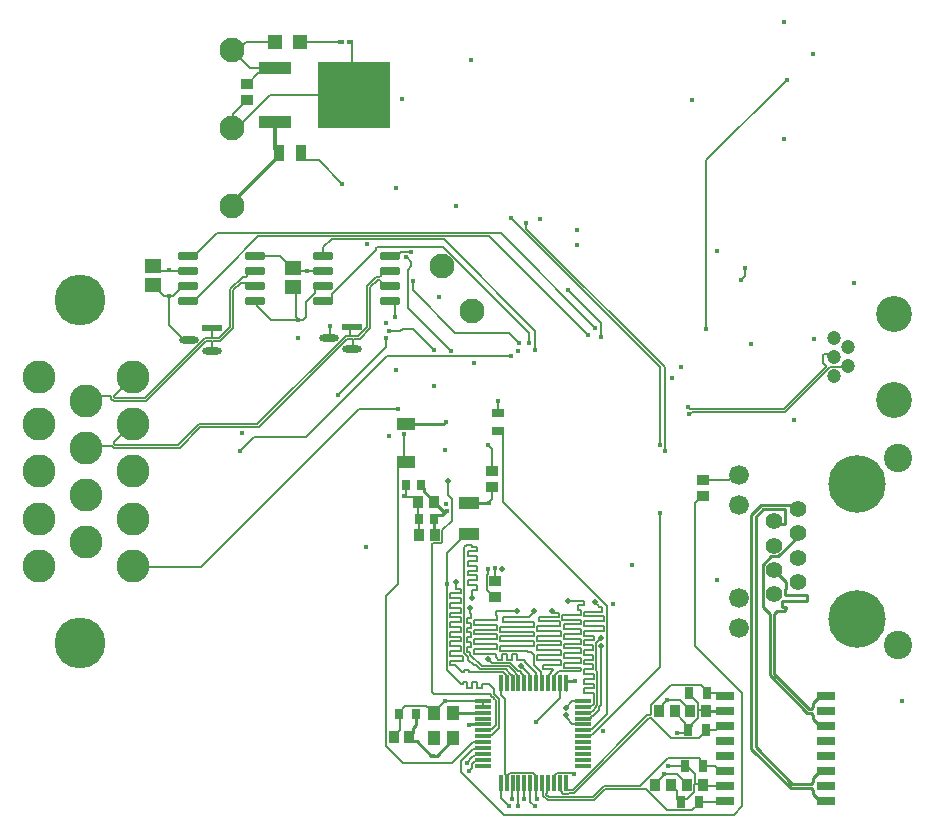
<source format=gbl>
G04*
G04 #@! TF.GenerationSoftware,Altium Limited,Altium Designer,23.5.1 (21)*
G04*
G04 Layer_Physical_Order=4*
G04 Layer_Color=16711680*
%FSLAX25Y25*%
%MOIN*%
G70*
G04*
G04 #@! TF.SameCoordinates,80D67788-F2EE-4A8B-BDA7-D5AA6EA99E9C*
G04*
G04*
G04 #@! TF.FilePolarity,Positive*
G04*
G01*
G75*
%ADD17C,0.01000*%
%ADD19R,0.03937X0.02953*%
%ADD20R,0.02985X0.03197*%
%ADD23R,0.03543X0.03937*%
%ADD25R,0.03937X0.03543*%
%ADD40R,0.02165X0.01772*%
%ADD41R,0.04724X0.04724*%
%ADD42R,0.04134X0.03543*%
%ADD90C,0.00600*%
%ADD91C,0.11024*%
%ADD92C,0.16929*%
%ADD93C,0.08268*%
%ADD94C,0.05512*%
%ADD95C,0.06614*%
%ADD96C,0.09449*%
%ADD97C,0.19193*%
%ADD98C,0.11957*%
%ADD99C,0.04724*%
%ADD100C,0.01772*%
%ADD101C,0.02000*%
%ADD119R,0.02953X0.03937*%
%ADD120R,0.06496X0.02992*%
%ADD121R,0.01181X0.05807*%
%ADD122R,0.05807X0.01181*%
%ADD123R,0.06528X0.04156*%
%ADD124R,0.05906X0.03937*%
G04:AMPARAMS|DCode=125|XSize=25.59mil|YSize=64.96mil|CornerRadius=1.92mil|HoleSize=0mil|Usage=FLASHONLY|Rotation=270.000|XOffset=0mil|YOffset=0mil|HoleType=Round|Shape=RoundedRectangle|*
%AMROUNDEDRECTD125*
21,1,0.02559,0.06112,0,0,270.0*
21,1,0.02175,0.06496,0,0,270.0*
1,1,0.00384,-0.03056,-0.01088*
1,1,0.00384,-0.03056,0.01088*
1,1,0.00384,0.03056,0.01088*
1,1,0.00384,0.03056,-0.01088*
%
%ADD125ROUNDEDRECTD125*%
G04:AMPARAMS|DCode=126|XSize=65.17mil|YSize=23.72mil|CornerRadius=11.86mil|HoleSize=0mil|Usage=FLASHONLY|Rotation=180.000|XOffset=0mil|YOffset=0mil|HoleType=Round|Shape=RoundedRectangle|*
%AMROUNDEDRECTD126*
21,1,0.06517,0.00000,0,0,180.0*
21,1,0.04145,0.02372,0,0,180.0*
1,1,0.02372,-0.02072,0.00000*
1,1,0.02372,0.02072,0.00000*
1,1,0.02372,0.02072,0.00000*
1,1,0.02372,-0.02072,0.00000*
%
%ADD126ROUNDEDRECTD126*%
%ADD127R,0.06517X0.02372*%
%ADD128R,0.05709X0.05118*%
G04:AMPARAMS|DCode=129|XSize=242.13mil|YSize=218.5mil|CornerRadius=2.19mil|HoleSize=0mil|Usage=FLASHONLY|Rotation=0.000|XOffset=0mil|YOffset=0mil|HoleType=Round|Shape=RoundedRectangle|*
%AMROUNDEDRECTD129*
21,1,0.24213,0.21413,0,0,0.0*
21,1,0.23776,0.21850,0,0,0.0*
1,1,0.00437,0.11888,-0.10707*
1,1,0.00437,-0.11888,-0.10707*
1,1,0.00437,-0.11888,0.10707*
1,1,0.00437,0.11888,0.10707*
%
%ADD129ROUNDEDRECTD129*%
G04:AMPARAMS|DCode=130|XSize=108.27mil|YSize=39.37mil|CornerRadius=1.97mil|HoleSize=0mil|Usage=FLASHONLY|Rotation=0.000|XOffset=0mil|YOffset=0mil|HoleType=Round|Shape=RoundedRectangle|*
%AMROUNDEDRECTD130*
21,1,0.10827,0.03543,0,0,0.0*
21,1,0.10433,0.03937,0,0,0.0*
1,1,0.00394,0.05217,-0.01772*
1,1,0.00394,-0.05217,-0.01772*
1,1,0.00394,-0.05217,0.01772*
1,1,0.00394,0.05217,0.01772*
%
%ADD130ROUNDEDRECTD130*%
%ADD131R,0.03740X0.05512*%
%ADD132R,0.03150X0.03543*%
%ADD133R,0.04331X0.05118*%
%ADD134C,0.01200*%
D17*
X350422Y255246D02*
Y332042D01*
X352780Y334400D02*
X360400D01*
X350422Y332042D02*
X352780Y334400D01*
X349022Y332622D02*
X352200Y335800D01*
X349022Y254666D02*
Y332622D01*
X352200Y335800D02*
X361911D01*
X235057Y258343D02*
Y258500D01*
Y258343D02*
X236329Y257071D01*
X237490D02*
X242213Y252348D01*
X236329Y257071D02*
X237490D01*
X242213Y252348D02*
X242852D01*
X243000Y252200D01*
X236329Y261445D02*
X237353Y262469D01*
X236329Y259772D02*
Y261445D01*
X235057Y258500D02*
X236329Y259772D01*
X237353Y262469D02*
Y266300D01*
X369604Y264696D02*
X372000Y262300D01*
X373752D01*
X369604Y269904D02*
X372000Y272300D01*
X373752D01*
X333958Y267300D02*
X340248D01*
X372000Y237300D02*
X373752D01*
X369604Y239696D02*
X372000Y237300D01*
Y247300D02*
X373752D01*
X369604Y244904D02*
X372000Y247300D01*
X356508Y330416D02*
X357324Y329600D01*
X360400D01*
Y334400D01*
X350422Y255246D02*
X362668Y243000D01*
X369018D01*
X369604Y243586D01*
Y244904D01*
X363279Y334432D02*
X364500D01*
X361911Y335800D02*
X363279Y334432D01*
X349022Y254666D02*
X362088Y241600D01*
X369018D01*
X369604Y241014D01*
Y239696D02*
Y241014D01*
X360500Y301092D02*
Y301395D01*
X359914Y300506D02*
X360500Y301092D01*
X357506Y300506D02*
X359914D01*
X356508Y299508D02*
X357506Y300506D01*
X356508Y279682D02*
Y299508D01*
Y279682D02*
X368190Y268000D01*
X369018D01*
X369604Y268586D01*
Y269904D01*
X364500Y325206D02*
Y326400D01*
X358022Y318728D02*
X364500Y325206D01*
X355713Y318728D02*
X358022D01*
X352852Y315867D02*
X355713Y318728D01*
X352852Y301948D02*
Y315867D01*
Y301948D02*
X355108Y299692D01*
Y279102D02*
Y299692D01*
Y279102D02*
X367610Y266600D01*
X369018D01*
X369604Y266014D01*
Y264696D02*
Y266014D01*
X243148Y252348D02*
X244223D01*
X249648Y257772D01*
X243000Y252200D02*
X243148Y252348D01*
X247091Y363700D02*
X247300D01*
X246290Y362899D02*
X247091Y363700D01*
X233900Y362899D02*
X246290D01*
X360500Y307895D02*
Y310361D01*
X360164Y307895D02*
X360500D01*
X360164Y305895D02*
Y307895D01*
Y305895D02*
X367438D01*
Y303895D02*
Y305895D01*
X359252Y303895D02*
X367438D01*
X359252Y301895D02*
Y303895D01*
Y301895D02*
X360500D01*
Y301395D02*
Y301895D01*
X356508Y314353D02*
X360500Y310361D01*
X255000Y336423D02*
X261423D01*
X287217Y277100D02*
X290400D01*
X287127Y277010D02*
X287217Y277100D01*
X287127Y274172D02*
Y277010D01*
X255047Y262753D02*
X259615D01*
X255000Y262800D02*
X255047Y262753D01*
X249904Y266690D02*
X259615D01*
X249648Y266434D02*
X249904Y266690D01*
X247291Y333800D02*
X247414D01*
X244261Y332399D02*
X245890D01*
X243268Y331300D02*
Y331406D01*
X244261Y332399D01*
X243215Y336803D02*
Y337000D01*
Y336803D02*
X246218Y333800D01*
X247291D01*
X241943Y338469D02*
X243215Y337197D01*
X239928Y340287D02*
X241746Y338469D01*
X241943D01*
X238968Y342600D02*
X239928Y341641D01*
Y340287D02*
Y341641D01*
X243268Y325989D02*
Y331300D01*
X243215Y337000D02*
X243900Y337685D01*
X243268Y325989D02*
X243458Y325800D01*
X243215Y337000D02*
Y337197D01*
X245890Y332399D02*
X247291Y333800D01*
X249648Y257772D02*
Y258166D01*
D19*
X264600Y360647D02*
D03*
Y366553D02*
D03*
D20*
X234032Y342600D02*
D03*
X238968D02*
D03*
X238332Y331300D02*
D03*
X243268D02*
D03*
D23*
X237900Y337000D02*
D03*
X243215D02*
D03*
X328643Y267300D02*
D03*
X333958D02*
D03*
X327542Y242600D02*
D03*
X332857D02*
D03*
X238142Y325800D02*
D03*
X243458D02*
D03*
X229743Y258500D02*
D03*
X235057D02*
D03*
X323458Y267100D02*
D03*
X318143D02*
D03*
X322358Y242700D02*
D03*
X317042D02*
D03*
D25*
X262600Y347158D02*
D03*
Y341843D02*
D03*
X180900Y476358D02*
D03*
Y471042D02*
D03*
X263500Y310457D02*
D03*
Y305142D02*
D03*
D40*
X215276Y490300D02*
D03*
X212324D02*
D03*
D41*
X190366Y490200D02*
D03*
X198634D02*
D03*
D42*
X332800Y344357D02*
D03*
Y339042D02*
D03*
D90*
X261500Y276300D02*
X263124Y274676D01*
X259500Y276300D02*
X261500D01*
X263124Y273016D02*
Y274676D01*
Y273016D02*
X264218Y271921D01*
X252300Y276300D02*
X252800D01*
Y276763D01*
X254400D01*
Y274800D02*
Y276763D01*
Y274800D02*
X256000D01*
Y276763D01*
X257600D01*
Y274800D02*
Y276763D01*
Y274800D02*
X259200D01*
Y276300D01*
X259500D01*
X252100D02*
X252300D01*
X247454Y280946D02*
X252100Y276300D01*
X247454Y280946D02*
Y309700D01*
X243300Y272800D02*
X261786D01*
X262668Y271917D01*
X242700Y273400D02*
X243300Y272800D01*
X247454Y309700D02*
Y319817D01*
X264900Y261600D02*
Y271100D01*
X262808Y259494D02*
X263218Y259904D01*
X262794Y259494D02*
X262808D01*
X263218Y259904D02*
Y259918D01*
X264900Y261600D01*
X259906Y259106D02*
X262406D01*
X259615Y258816D02*
X259906Y259106D01*
X262406D02*
X262794Y259494D01*
X264218Y271781D02*
X264900Y271100D01*
X264218Y271781D02*
Y271921D01*
X263218Y271367D02*
X263800Y270786D01*
X262475Y261075D02*
X263800Y262400D01*
Y270786D01*
X259906Y261075D02*
X262475D01*
X259615Y260784D02*
X259906Y261075D01*
X263218Y271367D02*
Y271507D01*
X262808Y271917D02*
X263218Y271507D01*
X262668Y271917D02*
X262808D01*
X327542Y242600D02*
Y242797D01*
X324213Y246127D02*
X327542Y242797D01*
X320050Y246127D02*
X324213D01*
X320050Y245905D02*
Y246127D01*
X317042Y242897D02*
X320050Y245905D01*
X317042Y242700D02*
Y242897D01*
X232000Y260954D02*
Y265647D01*
X229743Y258697D02*
X232000Y260954D01*
X229743Y258500D02*
Y258697D01*
X231447Y266200D02*
Y266300D01*
Y266200D02*
X232000Y265647D01*
X296186Y238511D02*
X299875Y242200D01*
X300289Y241200D02*
X313812D01*
X320881Y234132D01*
X296601Y237511D02*
X300289Y241200D01*
X311812Y242200D02*
X312561Y242949D01*
X299875Y242200D02*
X311812D01*
X312561Y242949D02*
Y242949D01*
X321181Y251569D01*
X280737Y239311D02*
Y239832D01*
X279253Y243115D02*
X279543Y242824D01*
X331453Y236308D02*
Y236800D01*
X339748D02*
X340248Y237300D01*
X279543Y240026D02*
Y242824D01*
X320881Y234132D02*
X329276D01*
X331453Y236308D01*
X281537Y238511D02*
X296186D01*
X279737Y238897D02*
Y239832D01*
X279543Y240026D02*
X279737Y239832D01*
Y238897D02*
X281123Y237511D01*
X296601D01*
X280737Y239311D02*
X281537Y238511D01*
X280931Y240026D02*
Y242824D01*
X331453Y236800D02*
X339748D01*
X280737Y239832D02*
X280931Y240026D01*
Y242824D02*
X281221Y243115D01*
X286246Y239511D02*
X288007D01*
X285158Y240802D02*
Y243115D01*
Y240802D02*
X285836Y240124D01*
Y239921D02*
X286246Y239511D01*
X288496Y240000D02*
X289910D01*
X287417Y241000D02*
X289496D01*
X285836Y239921D02*
Y240124D01*
X288007Y239511D02*
X288496Y240000D01*
X332953Y248900D02*
X336896D01*
X338496Y247300D02*
X340248D01*
X336896Y248900D02*
X338496Y247300D01*
X331676Y251569D02*
X331776Y251468D01*
Y250076D02*
Y251468D01*
Y250076D02*
X332953Y248900D01*
X321181Y251569D02*
X331676D01*
X321400Y248800D02*
X326947D01*
X327047Y248900D01*
X327539Y248408D01*
X327947D01*
X330214Y246141D01*
Y242900D02*
Y246141D01*
X325547Y236800D02*
X326647Y237899D01*
X327572D01*
X330014Y240342D01*
Y242700D02*
X330214Y242900D01*
X330014Y240342D02*
Y242700D01*
X322358Y242503D02*
X324371Y240490D01*
Y237976D02*
Y240490D01*
Y237976D02*
X325547Y236800D01*
X322358Y242503D02*
Y242700D01*
X338496Y262300D02*
X340248D01*
X337096Y260900D02*
X338496Y262300D01*
X333853Y260900D02*
X337096D01*
X334253Y273300D02*
X339248D01*
X340248Y272300D01*
X333157Y242300D02*
X340248D01*
X332857Y242600D02*
X333157Y242300D01*
X183622Y419000D02*
X191854D01*
X195905Y414950D01*
X196200D01*
X327047Y260000D02*
X327947Y260900D01*
X324100Y260000D02*
X327047D01*
X315671Y266193D02*
Y269358D01*
X322281Y258231D02*
X331676D01*
X315319Y265842D02*
X315671Y266193D01*
X314752Y264842D02*
X315671D01*
X289910Y240000D02*
X314752Y264842D01*
X331676Y258231D02*
X333853Y260408D01*
X315671Y264842D02*
X322281Y258231D01*
X314337Y265842D02*
X315319D01*
X289496Y241000D02*
X314337Y265842D01*
X262600Y337856D02*
Y341843D01*
X261561Y336817D02*
X262600Y337856D01*
X261561Y336500D02*
Y336817D01*
X262600Y347158D02*
Y354500D01*
X261200Y355900D02*
X262600Y354500D01*
X247800Y339059D02*
Y344010D01*
Y339059D02*
X249100Y337759D01*
X318514Y355900D02*
X318700Y356086D01*
X320200Y354000D02*
Y381800D01*
X263560Y310518D02*
Y314815D01*
X261076Y314176D02*
X261300Y314400D01*
X261076Y312763D02*
Y314176D01*
X318700Y356086D02*
Y381800D01*
X263500Y310457D02*
X263560Y310518D01*
X274000Y428000D02*
X320200Y381800D01*
X136412Y355005D02*
X158439D01*
X215309Y392352D02*
X218038D01*
X158439Y355005D02*
X165385Y361951D01*
X215916Y391352D02*
X216267Y391000D01*
X214165Y391352D02*
X215916D01*
X184765Y361951D02*
X214165Y391352D01*
X165385Y361951D02*
X184765D01*
X215309Y392352D02*
Y394709D01*
X215841Y395240D01*
X146035Y315252D02*
X165452D01*
X147215Y370402D02*
X167313Y390500D01*
X169692Y391500D02*
X171642D01*
X167313Y390500D02*
X168989D01*
X169341Y391851D02*
X169692Y391500D01*
X169341Y391851D02*
Y394740D01*
X137006Y371402D02*
X146801D01*
X166899Y391500D01*
X127248Y354970D02*
X127927Y355649D01*
X135767D01*
X136412Y355005D01*
X213751Y392352D02*
X215309D01*
X184351Y362951D02*
X213751Y392352D01*
X164971Y362951D02*
X184351D01*
X158024Y356005D02*
X164971Y362951D01*
X136826Y356005D02*
X158024D01*
X136475Y356357D02*
X136826Y356005D01*
X136475Y356357D02*
Y356854D01*
X142465Y362844D01*
X142996D01*
X136654Y371753D02*
X137006Y371402D01*
X136654Y371753D02*
Y372250D01*
X142996Y378592D01*
X127248Y370718D02*
X128606Y372077D01*
X135303D01*
X135654Y371725D01*
Y371339D02*
Y371725D01*
Y371339D02*
X136591Y370402D01*
X147215D01*
X165452Y315252D02*
X218200Y368000D01*
X166899Y391500D02*
X168989D01*
Y390500D02*
X169341Y390148D01*
X231100Y368000D02*
X231324Y367776D01*
X218200Y368000D02*
X231100D01*
X168989Y391500D02*
X169341Y391851D01*
X151100Y414000D02*
X161378D01*
X149500Y415600D02*
X151100Y414000D01*
X149500Y409301D02*
X149795D01*
X153372Y405724D01*
X154776D01*
X155000Y405500D01*
X197350Y413800D02*
X206178D01*
X233800Y418400D02*
X234100D01*
X235648Y416852D01*
X225406Y410248D02*
X226654Y409000D01*
X228622D01*
X226654Y414000D02*
X228622D01*
X225406Y412752D02*
X226654Y414000D01*
X228622Y419000D02*
X229602Y419979D01*
X232000Y420200D02*
X235600D01*
X231780Y419979D02*
X232000Y420200D01*
X229602Y419979D02*
X231780D01*
X206378Y419000D02*
Y421778D01*
X209326Y406180D02*
X224000Y420854D01*
X206178Y413800D02*
X206378Y414000D01*
X204601Y409000D02*
X206378D01*
X203622Y408020D02*
X204601Y409000D01*
X229321Y404000D02*
X230300Y403020D01*
Y398500D02*
Y403020D01*
X228622Y404000D02*
X229321D01*
X206378D02*
X208347D01*
X209326Y404980D01*
Y406180D01*
X203622Y406649D02*
Y408020D01*
X200500Y403527D02*
X203622Y406649D01*
X200500Y398500D02*
Y403527D01*
X199500Y397500D02*
X200500Y398500D01*
X198000Y397500D02*
X199500D01*
X275000Y390000D02*
Y393336D01*
X246336Y422000D02*
X275000Y393336D01*
X224352Y422000D02*
X246336D01*
X224000Y421649D02*
X224352Y422000D01*
X224000Y420854D02*
Y421649D01*
X277000Y387500D02*
Y394000D01*
X246500Y424500D02*
X277000Y394000D01*
X209100Y424500D02*
X246500D01*
X206378Y421778D02*
X209100Y424500D01*
X225406Y410248D02*
Y410648D01*
X225054Y411000D02*
X225406Y410648D01*
X224478Y411000D02*
X225054D01*
X221994Y408516D02*
X224478Y411000D01*
X221994Y394894D02*
Y408516D01*
X218452Y391352D02*
X221994Y394894D01*
X216619Y391352D02*
X218452D01*
X216267Y391000D02*
X216619Y391352D01*
X225406Y412352D02*
Y412752D01*
X225054Y412000D02*
X225406Y412352D01*
X224064Y412000D02*
X225054D01*
X220994Y408930D02*
X224064Y412000D01*
X220994Y395308D02*
Y408930D01*
X218038Y392352D02*
X220994Y395308D01*
X196200Y414950D02*
X197350Y413800D01*
X197300Y398517D02*
Y407550D01*
X196200Y408650D02*
X197300Y407550D01*
Y398517D02*
X198000Y397817D01*
Y397500D02*
Y397817D01*
X181984Y481516D02*
X190122D01*
X175900Y487600D02*
X181984Y481516D01*
X180419Y490200D02*
X190366D01*
X177819Y487600D02*
X180419Y490200D01*
X175900Y487600D02*
X177819D01*
X232916Y350301D02*
X233900D01*
X227200Y305592D02*
X231247Y309639D01*
X233300Y350901D02*
Y359545D01*
X231247Y348632D02*
X232916Y350301D01*
X233300Y350901D02*
X233900Y350301D01*
X231247Y309639D02*
Y348632D01*
X233800Y339300D02*
X234000Y339100D01*
Y339017D02*
Y339100D01*
X233400Y338900D02*
X233800Y339300D01*
Y342369D01*
X234032Y342600D01*
X227200Y255600D02*
Y305592D01*
X265487Y238199D02*
Y242520D01*
Y238199D02*
X268200Y235486D01*
X265183Y242824D02*
X265473Y243115D01*
X265183Y242824D02*
X265487Y242520D01*
X275358Y236994D02*
Y243073D01*
X276800Y235486D02*
Y235551D01*
X275358Y236994D02*
X276800Y235551D01*
X275316Y243115D02*
X275358Y243073D01*
X271389Y235496D02*
Y243104D01*
Y235496D02*
X271400Y235486D01*
X271379Y243115D02*
X271389Y243104D01*
X200312Y450744D02*
X204756D01*
X212500Y443000D01*
X188500Y472500D02*
X216500D01*
X188453Y479847D02*
X190122Y481516D01*
X216059Y472941D02*
X216500Y472500D01*
X216059Y472941D02*
Y489714D01*
X215473Y490300D02*
X216059Y489714D01*
X215276Y490300D02*
X215473D01*
X184587Y479847D02*
X188453D01*
X181097Y476358D02*
X184587Y479847D01*
X180900Y476358D02*
X181097D01*
X177700Y461700D02*
X188500Y472500D01*
X176321Y461700D02*
X177700D01*
X198634Y490200D02*
X198734Y490300D01*
X212324D01*
X175800Y461700D02*
X176321D01*
X176240Y464708D02*
X177214Y463734D01*
X179232Y469374D02*
Y469571D01*
X176240Y466382D02*
X179232Y469374D01*
X177214Y463734D02*
X178355D01*
X176240Y464708D02*
Y466382D01*
X179232Y469571D02*
X180703Y471042D01*
X180900D01*
X176321Y461700D02*
X178355Y463734D01*
X235648Y415485D02*
Y416852D01*
X319528Y268485D02*
Y269528D01*
X318143Y267100D02*
X319528Y268485D01*
Y269528D02*
X321000Y271000D01*
X325139D01*
X328643Y267497D01*
X289282Y246719D02*
X289900Y246100D01*
X284278Y246719D02*
X289282D01*
X254136Y249928D02*
X256011Y251804D01*
Y251822D02*
X256421Y252232D01*
X256439D01*
X256827Y252620D02*
X259324D01*
X256011Y251804D02*
Y251822D01*
X259324Y252620D02*
X259615Y252910D01*
X256439Y252232D02*
X256827Y252620D01*
X254800Y247380D02*
X255800Y248380D01*
Y249642D02*
X256421Y250264D01*
X255800Y248380D02*
Y249642D01*
X256421Y250264D02*
X256421D01*
X259324Y250651D02*
X259615Y250942D01*
X256809Y250651D02*
X259324D01*
X256421Y250264D02*
X256809Y250651D01*
X254800Y247200D02*
Y247380D01*
X252300Y246900D02*
X266700Y232500D01*
X252300Y246900D02*
Y250630D01*
X266700Y232500D02*
X343100D01*
X259365Y254628D02*
X259615Y254879D01*
X252300Y250630D02*
X256298Y254628D01*
X259365D01*
X332505Y339042D02*
X332800D01*
X331033Y337571D02*
X332505Y339042D01*
X331033Y337276D02*
Y337571D01*
X330400Y288800D02*
Y336643D01*
X331033Y337276D01*
X330400Y288800D02*
X346000Y273200D01*
Y235400D02*
Y273200D01*
X343100Y232500D02*
X346000Y235400D01*
X249200Y249900D02*
X256147Y256847D01*
X232900Y249900D02*
X249200D01*
X256147Y256847D02*
X259615D01*
X296179Y259494D02*
X318700Y282015D01*
Y333100D01*
X295589Y259142D02*
X295940Y259494D01*
X292985Y258816D02*
X295298D01*
X295589Y259106D01*
Y259142D01*
X295940Y259494D02*
X296179D01*
X343187Y345853D02*
X344815D01*
X341692Y344357D02*
X343187Y345853D01*
X332800Y344357D02*
X341692D01*
X259615Y268658D02*
Y270627D01*
X246951D02*
X259615D01*
X243152Y266828D02*
X246951Y270627D01*
X243152Y266434D02*
Y266828D01*
X208159Y391500D02*
X208500Y391841D01*
Y395500D01*
X216267Y388187D02*
Y391000D01*
X215841Y387760D02*
X216267Y388187D01*
X176349Y407414D02*
X178867Y409933D01*
X182689D01*
X183622Y409000D01*
X180846Y412352D02*
Y413021D01*
X180494Y412000D02*
X180846Y412352D01*
X179520Y412000D02*
X180494D01*
X169341Y390148D02*
X169692Y390500D01*
X181825Y414000D02*
X183622D01*
X180846Y413021D02*
X181825Y414000D01*
X175349Y395207D02*
Y407829D01*
X179520Y412000D01*
X176349Y394793D02*
Y407414D01*
X172056Y390500D02*
X176349Y394793D01*
X171642Y391500D02*
X175349Y395207D01*
X169692Y390500D02*
X172056D01*
X169341Y387260D02*
Y390148D01*
X372965Y386013D02*
X373316Y386365D01*
X372965Y383135D02*
Y386013D01*
Y383135D02*
X373741Y382359D01*
X373316Y386365D02*
X374345D01*
X375460Y385250D01*
X376576D01*
X373741Y381862D02*
Y382359D01*
X359829Y367950D02*
X373741Y381862D01*
X360244Y366950D02*
X375307Y382013D01*
X329337Y366950D02*
X360244D01*
X328567Y367950D02*
X359829D01*
X380574Y382013D02*
X380981Y382420D01*
X375307Y382013D02*
X380574D01*
X328087Y368430D02*
X328567Y367950D01*
X327770Y368430D02*
X328087D01*
X328487Y366100D02*
X329337Y366950D01*
X328400Y366100D02*
X328487D01*
X380981Y382420D02*
X381300Y382101D01*
X283868Y246106D02*
Y246308D01*
X283190Y245428D02*
X283868Y246106D01*
X283190Y243115D02*
Y245428D01*
X283868Y246308D02*
X284278Y246719D01*
X334253Y273300D02*
Y273792D01*
X315671Y269358D02*
X322281Y275969D01*
X332076D02*
X334253Y273792D01*
X333853Y260408D02*
Y260900D01*
X322281Y275969D02*
X332076D01*
X287127Y241290D02*
X287417Y241000D01*
X287127Y241290D02*
Y243115D01*
X326971Y261876D02*
X327947Y260900D01*
X332558Y242900D02*
X332857Y242600D01*
X330214Y242900D02*
X332558D01*
X331314Y267400D02*
Y269841D01*
Y264959D02*
Y267400D01*
X333858D02*
X333958Y267300D01*
X331314Y267400D02*
X333858D01*
X326971Y261876D02*
Y263390D01*
X323458Y266903D02*
X326971Y263390D01*
X323458Y266903D02*
Y267100D01*
X329124Y262768D02*
X331314Y264959D01*
X329124Y262076D02*
Y262768D01*
X327947Y260900D02*
X329124Y262076D01*
X328347Y272808D02*
X331314Y269841D01*
X328347Y272808D02*
Y273300D01*
X328643Y267300D02*
Y267497D01*
X227200Y255600D02*
X232900Y249900D01*
X247454Y319817D02*
X253814Y326177D01*
X255000D01*
X253300Y286489D02*
Y321748D01*
X254200Y322649D02*
X255459D01*
X253300Y321748D02*
X254200Y322649D01*
X255459D02*
X255800Y322308D01*
X242700Y273400D02*
Y322780D01*
X231447Y266300D02*
Y266497D01*
X233722Y268772D01*
X239217D01*
X261212Y284478D02*
X261343D01*
X262621Y283200D01*
X268594D01*
X268088Y282089D02*
X270088Y280089D01*
X266354D02*
X267151Y279291D01*
Y276776D02*
X267442Y276485D01*
X259114Y282089D02*
X268088D01*
X258700Y281089D02*
X267322D01*
X256200Y280089D02*
X266354D01*
X267322Y281089D02*
X268732Y279679D01*
X267151Y276776D02*
Y279291D01*
X253300Y286489D02*
X254650Y285139D01*
X257350Y282439D02*
X258700Y281089D01*
X254650Y284250D02*
Y285139D01*
X256461Y282439D02*
X257350D01*
X254650Y284250D02*
X256461Y282439D01*
X255184Y286019D02*
X259114Y282089D01*
X263817Y300433D02*
X264084Y300700D01*
X270800D01*
X273719Y283409D02*
X277191Y279937D01*
X272747Y284381D02*
X273367D01*
X273719Y283409D02*
Y284030D01*
X273367Y284381D02*
X273719Y284030D01*
X277191Y276578D02*
X277284Y276485D01*
X277191Y276578D02*
Y279937D01*
X276682Y282518D02*
Y286017D01*
Y282518D02*
X278962Y280238D01*
X255000Y280089D02*
X256200D01*
X255000D02*
Y280752D01*
X253400D02*
X255000D01*
X253400Y280089D02*
Y280752D01*
X253100Y280089D02*
X253400D01*
X252644D02*
X253100D01*
X250600Y282133D02*
X252644Y280089D01*
X255184Y286019D02*
Y286694D01*
X255800Y304800D02*
Y307608D01*
X257600D01*
Y309208D01*
X254500D02*
X257600D01*
X254500D02*
Y310808D01*
X257606D01*
Y312408D01*
X254500D02*
X257606D01*
X254500D02*
Y314008D01*
X257606D01*
Y315608D01*
X254500D02*
X257606D01*
X254500D02*
Y317208D01*
X257606D01*
Y318808D01*
X254500D02*
X257606D01*
X254500D02*
Y320408D01*
X257606D01*
Y322008D01*
X255800D02*
X257606D01*
X255800D02*
Y322308D01*
X255184Y299794D02*
Y301700D01*
Y299794D02*
X255725D01*
Y298194D02*
Y299794D01*
X254300Y298194D02*
X255725D01*
X254300Y296594D02*
Y298194D01*
Y296594D02*
X255500D01*
Y294994D02*
Y296594D01*
X254300Y294994D02*
X255500D01*
X254300Y293394D02*
Y294994D01*
Y293394D02*
X255500D01*
Y291794D02*
Y293394D01*
X254300Y291794D02*
X255500D01*
X254300Y290194D02*
Y291794D01*
Y290194D02*
X255500D01*
Y288594D02*
Y290194D01*
X254300Y288594D02*
X255500D01*
X254300Y286994D02*
Y288594D01*
Y286994D02*
X255184D01*
Y286694D02*
Y286994D01*
X250600Y308033D02*
Y310200D01*
Y308033D02*
X252300D01*
Y306433D02*
Y308033D01*
X248454Y306433D02*
X252300D01*
X248454Y304833D02*
Y306433D01*
Y304833D02*
X252300D01*
Y303233D02*
Y304833D01*
X248454Y303233D02*
X252300D01*
X248454Y301633D02*
Y303233D01*
Y301633D02*
X252300D01*
Y300033D02*
Y301633D01*
X248454Y300033D02*
X252300D01*
X248454Y298433D02*
Y300033D01*
Y298433D02*
X252300D01*
Y296833D02*
Y298433D01*
X248454Y296833D02*
X252300D01*
X248454Y295233D02*
Y296833D01*
Y295233D02*
X252300D01*
Y293633D02*
Y295233D01*
X248454Y293633D02*
X252300D01*
X248454Y292033D02*
Y293633D01*
Y292033D02*
X252300D01*
Y290433D02*
Y292033D01*
X248454Y290433D02*
X252300D01*
X248454Y288833D02*
Y290433D01*
Y288833D02*
X252300D01*
Y287233D02*
Y288833D01*
X248454Y287233D02*
X252300D01*
X248454Y285633D02*
Y287233D01*
Y285633D02*
X252742D01*
Y284033D02*
Y285633D01*
X248454Y284033D02*
X252742D01*
X248454Y282433D02*
Y284033D01*
Y282433D02*
X250600D01*
Y282133D02*
Y282433D01*
X268732Y279476D02*
Y279679D01*
Y279476D02*
X269410Y278798D01*
Y276485D02*
Y278798D01*
X245929Y327552D02*
X249100Y330722D01*
X245519Y323131D02*
X245929Y323542D01*
Y327552D01*
X242700Y322780D02*
X243052Y323131D01*
X245519D01*
X263817Y300433D02*
Y300711D01*
X263817Y300711D01*
X263817Y299162D02*
Y300433D01*
Y299162D02*
X264383D01*
Y297562D02*
Y299162D01*
X256500Y297562D02*
X264383D01*
X256500Y295962D02*
Y297562D01*
Y295962D02*
X264341D01*
Y294362D02*
Y295962D01*
X256500Y294362D02*
X264341D01*
X256500Y292762D02*
Y294362D01*
Y292762D02*
X264341D01*
Y291162D02*
Y292762D01*
X256500Y291162D02*
X264341D01*
X256500Y289562D02*
Y291162D01*
Y289562D02*
X264341D01*
Y287962D02*
Y289562D01*
X256500Y287962D02*
X264341D01*
X256500Y286362D02*
Y287962D01*
Y286362D02*
X263762D01*
Y286062D02*
Y286362D01*
Y285211D02*
Y286062D01*
Y285211D02*
X264114Y284860D01*
X264214D02*
X264692Y284381D01*
X266047D01*
Y286266D01*
X267647D01*
Y284200D02*
Y286266D01*
Y284200D02*
X269247D01*
Y286266D01*
X270847D01*
Y284229D02*
Y286266D01*
Y284229D02*
X272447D01*
Y284381D01*
X272747D01*
X264114Y284860D02*
X264214D01*
X268594Y283200D02*
X271317Y280476D01*
X270291Y280089D02*
X270701Y279679D01*
X270088Y280089D02*
X270291D01*
X275025Y276776D02*
X275316Y276485D01*
X275025Y276776D02*
Y279570D01*
X272251Y282345D02*
X275025Y279570D01*
X271872Y280476D02*
X272669Y279679D01*
Y279476D02*
Y279679D01*
X271317Y280476D02*
X271872D01*
X272113Y282345D02*
X272251D01*
X274600Y286966D02*
X275734D01*
X276682Y286017D01*
X276632Y300105D02*
Y300435D01*
X274993Y298466D02*
X276632Y300105D01*
X266240Y298466D02*
X274993D01*
X266240Y296866D02*
Y298466D01*
Y296866D02*
X276724D01*
Y295266D02*
Y296866D01*
X265341Y295266D02*
X276724D01*
X265341Y293666D02*
Y295266D01*
Y293666D02*
X276724D01*
Y292066D02*
Y293666D01*
X265341Y292066D02*
X276724D01*
X265341Y290466D02*
Y292066D01*
Y290466D02*
X276724D01*
Y288866D02*
Y290466D01*
X265341Y288866D02*
X276724D01*
X265341Y287266D02*
Y288866D01*
Y287266D02*
X274600D01*
Y286966D02*
Y287266D01*
X276632Y300435D02*
Y300484D01*
X278962Y276776D02*
Y280238D01*
X270701Y279476D02*
Y279679D01*
X271379Y276485D02*
Y278798D01*
X270701Y279476D02*
X271379Y278798D01*
X278962Y276776D02*
X279253Y276485D01*
X285000Y298695D02*
Y299623D01*
X278101Y298695D02*
X285000D01*
X278101Y297095D02*
Y298695D01*
Y297095D02*
X285205D01*
Y295495D02*
Y297095D01*
X277724Y295495D02*
X285205D01*
X277724Y293895D02*
Y295495D01*
Y293895D02*
X285571D01*
Y292295D02*
Y293895D01*
X277724Y292295D02*
X285571D01*
X277724Y290695D02*
Y292295D01*
Y290695D02*
X285571D01*
Y289095D02*
Y290695D01*
X277724Y289095D02*
X285571D01*
X277724Y287495D02*
Y289095D01*
Y287495D02*
X285571D01*
Y285895D02*
Y287495D01*
X277724Y285895D02*
X285571D01*
X277724Y284295D02*
Y285895D01*
Y284295D02*
X285571D01*
Y282695D02*
Y284295D01*
X279519Y282695D02*
X285571D01*
X279519Y281095D02*
Y282695D01*
Y281095D02*
X282964D01*
Y280744D02*
Y281095D01*
X282664Y280444D02*
X282964Y280744D01*
X281899Y279440D02*
Y279679D01*
X282664Y280444D01*
X293269Y302502D02*
Y303150D01*
X291277Y302502D02*
X293269D01*
X291277Y300902D02*
Y302502D01*
Y300902D02*
X292269D01*
Y299302D02*
Y300902D01*
X286000Y299302D02*
X292269D01*
X286000Y297702D02*
Y299302D01*
Y297702D02*
X292269D01*
Y296102D02*
Y297702D01*
X286571Y296102D02*
X292269D01*
X286571Y294502D02*
Y296102D01*
Y294502D02*
X292269D01*
Y292902D02*
Y294502D01*
X286571Y292902D02*
X292269D01*
X286571Y291302D02*
Y292902D01*
Y291302D02*
X292269D01*
Y289702D02*
Y291302D01*
X286571Y289702D02*
X292269D01*
X286571Y288102D02*
Y289702D01*
Y288102D02*
X292269D01*
Y286502D02*
Y288102D01*
X286571Y286502D02*
X292269D01*
X286571Y284902D02*
Y286502D01*
Y284902D02*
X292269D01*
Y283302D02*
Y284902D01*
X286571Y283302D02*
X292269D01*
X286571Y281702D02*
Y283302D01*
Y281702D02*
X292269D01*
Y281402D02*
Y281702D01*
X293269Y303150D02*
Y303449D01*
X292269Y280951D02*
Y281402D01*
X288000Y303800D02*
X292918D01*
X293269Y303449D01*
X284789Y280600D02*
X291918D01*
X292269Y280951D01*
X296930Y303370D02*
X298200Y302100D01*
Y301961D02*
Y302100D01*
Y301961D02*
X299256D01*
Y300361D02*
Y301961D01*
X293269Y300361D02*
X299256D01*
X293269Y298761D02*
Y300361D01*
Y298761D02*
X299900D01*
Y297161D02*
Y298761D01*
X293269Y297161D02*
X299900D01*
X293269Y295561D02*
Y297161D01*
Y295561D02*
X299900D01*
Y293961D02*
Y295561D01*
X293269Y293961D02*
X299900D01*
X293269Y292361D02*
Y293961D01*
Y292361D02*
X296647D01*
Y290761D02*
Y292361D01*
X293269Y290761D02*
X296647D01*
X293269Y289161D02*
Y290761D01*
Y289161D02*
X296131D01*
Y287561D02*
Y289161D01*
X293269Y287561D02*
X296131D01*
X293269Y285961D02*
Y287561D01*
Y285961D02*
X296131D01*
Y284361D02*
Y285961D01*
X293269Y284361D02*
X296131D01*
X293269Y282761D02*
Y284361D01*
Y282761D02*
X296131D01*
Y281161D02*
Y282761D01*
X293269Y281161D02*
X296131D01*
X293269Y279561D02*
Y281161D01*
Y279561D02*
X296589D01*
Y277961D02*
Y279561D01*
X293269Y277961D02*
X296589D01*
X293269Y276361D02*
Y277961D01*
Y276361D02*
X296589D01*
Y274761D02*
Y276361D01*
X293269Y274761D02*
X296589D01*
X293269Y273161D02*
Y274761D01*
Y273161D02*
X296589D01*
Y271561D02*
Y273161D01*
X296535Y271561D02*
X296589D01*
X296535D02*
X296589Y271507D01*
Y269746D02*
Y271507D01*
X296503Y269661D02*
X296589Y269746D01*
X296179Y269336D02*
X296503Y269661D01*
X296800Y303500D02*
X296930Y303370D01*
X297131Y289831D02*
X299000Y291700D01*
X297131Y280763D02*
Y289831D01*
X299016Y269345D02*
Y289051D01*
X295875Y261075D02*
X300900Y266100D01*
Y302300D01*
X266268Y336931D02*
X300900Y302300D01*
X266268Y336931D02*
Y359471D01*
X293276Y261075D02*
X295875D01*
X297300Y268489D02*
Y269043D01*
X297589Y269332D02*
Y280306D01*
X296179Y265399D02*
X298300Y267521D01*
X297300Y269043D02*
X297589Y269332D01*
X298300Y268629D02*
X299016Y269345D01*
X296179Y267368D02*
X297300Y268489D01*
X297131Y280763D02*
X297589Y280306D01*
X298300Y267521D02*
Y268629D01*
X264550Y366603D02*
X264600Y366553D01*
X264550Y366603D02*
Y370650D01*
X266764Y246106D02*
Y271391D01*
X265473Y272681D02*
Y276485D01*
Y272681D02*
X266764Y271391D01*
X281548Y279089D02*
X281899Y279440D01*
X283125Y299975D02*
X284648D01*
X285000Y299623D01*
X282500Y300600D02*
X283125Y299975D01*
X283190Y278798D02*
X283868Y279476D01*
X283190Y276485D02*
Y278798D01*
X281221Y276485D02*
Y278798D01*
X281512Y279089D02*
X281548D01*
X281221Y278798D02*
X281512Y279089D01*
X283868Y279679D02*
X284789Y280600D01*
X283868Y279476D02*
Y279679D01*
X273347Y276485D02*
Y278798D01*
X272669Y279476D02*
X273347Y278798D01*
X277392Y237908D02*
Y243007D01*
Y237908D02*
X277500Y237800D01*
X295298Y266690D02*
X295976Y267368D01*
X296179D01*
X277200Y263500D02*
X285158Y271458D01*
X273354Y238046D02*
Y243108D01*
Y238046D02*
X273361Y238039D01*
X292985Y268658D02*
X295298D01*
X295589Y268949D01*
Y268985D01*
X295940Y269336D01*
X296179D01*
X289397Y263043D02*
X292694D01*
X287568Y264872D02*
X289397Y263043D01*
X287568Y264872D02*
Y265532D01*
X287300Y265800D02*
X287568Y265532D01*
X269355Y238055D02*
Y243060D01*
X269300Y238000D02*
X269355Y238055D01*
X267442Y245428D02*
X268120Y246106D01*
X276994Y243406D02*
Y245921D01*
X268530Y246719D02*
X276196D01*
X276994Y243406D02*
X277392Y243007D01*
X276196Y246719D02*
X276994Y245921D01*
X268120Y246106D02*
Y246308D01*
X268530Y246719D01*
X266764Y246106D02*
X267442Y245428D01*
X273347Y243115D02*
X273354Y243108D01*
X292985Y266690D02*
X295298D01*
X285158Y271458D02*
Y276485D01*
X292694Y263043D02*
X292985Y262753D01*
X269355Y243060D02*
X269410Y243115D01*
X292985Y260784D02*
X293276Y261075D01*
X287300Y268384D02*
X289329Y270413D01*
X292772D01*
X292985Y270627D01*
Y264721D02*
X295298D01*
X295976Y265399D01*
X296179D01*
X267442Y243115D02*
Y245428D01*
X265092Y360647D02*
X266268Y359471D01*
X264600Y360647D02*
X265092D01*
X249100Y330722D02*
Y337759D01*
X236428Y338668D02*
X237900Y337197D01*
X234948Y338668D02*
X236428D01*
X234941Y338676D02*
X234948Y338668D01*
X234341Y338676D02*
X234941D01*
X234000Y339017D02*
X234341Y338676D01*
X238332Y325989D02*
Y331300D01*
X238142Y325800D02*
X238332Y325989D01*
X237900Y331732D02*
Y337197D01*
Y331732D02*
X238332Y331300D01*
X239217Y268772D02*
X239220Y268770D01*
X240816D01*
X240893Y268693D01*
X241287D02*
X243152Y266828D01*
X240893Y268693D02*
X241287D01*
X198742Y452314D02*
X200312Y450744D01*
X198742Y452314D02*
Y453200D01*
X260831Y312519D02*
X261076Y312763D01*
X260831Y307614D02*
Y312519D01*
X274000Y428000D02*
Y430000D01*
X269000Y431500D02*
X318700Y381800D01*
X260831Y307614D02*
X263303Y305142D01*
X263500D01*
X228200Y393900D02*
X231959D01*
X232758Y394700D01*
X236200D01*
X200500Y358500D02*
X227614Y385614D01*
X183200Y358500D02*
X200500D01*
X227614Y385614D02*
X249498D01*
X346800Y412200D02*
Y414800D01*
X345500Y410900D02*
X346800Y412200D01*
X211400Y372700D02*
X227100Y388400D01*
Y391400D01*
X178700Y354000D02*
X183200Y358500D01*
X236200Y394700D02*
X243200Y387700D01*
X249584Y385700D02*
X269000D01*
X234414Y401686D02*
Y414251D01*
Y401686D02*
X248800Y387300D01*
X249498Y385614D02*
X249584Y385700D01*
X234414Y414251D02*
X235648Y415485D01*
X250400Y393200D02*
X268300D01*
X236100Y407500D02*
X250400Y393200D01*
X236100Y407500D02*
Y410500D01*
X268300Y393200D02*
X271700Y389800D01*
X184717Y425500D02*
X261528D01*
X170846Y426500D02*
X265500D01*
X297000Y395000D01*
X163347Y419000D02*
X170846Y426500D01*
X261528Y425500D02*
X294528Y392500D01*
X173521Y414304D02*
X184717Y425500D01*
X334000Y394500D02*
Y450776D01*
X360862Y477638D01*
X184328Y402172D02*
X189000Y397500D01*
X198000D01*
X183622Y404000D02*
X184328Y403294D01*
Y402172D02*
Y403294D01*
X155000Y396000D02*
Y405500D01*
X160000Y391000D02*
X161660D01*
X155000Y396000D02*
X160000Y391000D01*
X159409Y409000D02*
X161378D01*
X156134Y405724D02*
X159409Y409000D01*
X155224Y405724D02*
X156134D01*
X155000Y405500D02*
X155224Y405724D01*
X161378Y419000D02*
X163347D01*
X173521Y414175D02*
Y414304D01*
X163347Y404000D02*
X173521Y414175D01*
X161378Y404000D02*
X163347D01*
X161228Y414150D02*
X161378Y414000D01*
X288000Y407500D02*
X299000Y396500D01*
Y392000D02*
Y396500D01*
D91*
X142996Y378592D02*
D03*
Y362844D02*
D03*
Y347096D02*
D03*
Y331348D02*
D03*
Y315600D02*
D03*
X127248Y370718D02*
D03*
Y354970D02*
D03*
Y339222D02*
D03*
Y323474D02*
D03*
X111500Y378592D02*
D03*
Y362844D02*
D03*
Y347096D02*
D03*
Y331348D02*
D03*
Y315600D02*
D03*
D92*
X125279Y404183D02*
D03*
Y290009D02*
D03*
D93*
X256000Y400500D02*
D03*
X246000Y415500D02*
D03*
X175800Y461700D02*
D03*
Y435500D02*
D03*
X175900Y487600D02*
D03*
D94*
X356508Y322384D02*
D03*
X364500Y318369D02*
D03*
Y310337D02*
D03*
X356508Y306321D02*
D03*
Y314353D02*
D03*
X364500Y326400D02*
D03*
X356508Y330416D02*
D03*
X364500Y334432D02*
D03*
D95*
X344815Y345853D02*
D03*
Y304900D02*
D03*
Y294900D02*
D03*
Y335853D02*
D03*
D96*
X397807Y351636D02*
D03*
Y289117D02*
D03*
D97*
X384185Y297876D02*
D03*
Y342876D02*
D03*
D98*
X396458Y370880D02*
D03*
Y399621D02*
D03*
D99*
X376576Y391550D02*
D03*
X381300Y388400D02*
D03*
X376576Y385250D02*
D03*
X381300Y382101D02*
D03*
X376576Y378951D02*
D03*
D100*
X359900Y496900D02*
D03*
X369600Y486300D02*
D03*
X321400Y248800D02*
D03*
X243000Y252200D02*
D03*
X246900Y354100D02*
D03*
X324100Y260000D02*
D03*
X261200Y355900D02*
D03*
X256623Y383233D02*
D03*
X318514Y355900D02*
D03*
X263560Y314815D02*
D03*
X261300Y314400D02*
D03*
X154800Y414100D02*
D03*
X233800Y418400D02*
D03*
X201000Y413800D02*
D03*
X228400Y358900D02*
D03*
X233300Y359545D02*
D03*
X233400Y338900D02*
D03*
X247300Y363700D02*
D03*
X268200Y235486D02*
D03*
X276800D02*
D03*
X271400D02*
D03*
X369800Y391200D02*
D03*
X255628Y484100D02*
D03*
X232693Y471250D02*
D03*
X235600Y420200D02*
D03*
X321000Y271000D02*
D03*
X320050Y246127D02*
D03*
X289900Y246100D02*
D03*
X254136Y249910D02*
D03*
X254800Y247200D02*
D03*
X299700Y260500D02*
D03*
X246951Y270627D02*
D03*
X208500Y395500D02*
D03*
X179090Y359914D02*
D03*
X328400Y366100D02*
D03*
X327770Y368430D02*
D03*
X337600Y310800D02*
D03*
X261561Y336500D02*
D03*
X247454Y309700D02*
D03*
X264550Y370650D02*
D03*
X269300Y238000D02*
D03*
X273361Y238039D02*
D03*
X277500Y237800D02*
D03*
X254973Y262679D02*
D03*
X303000Y302900D02*
D03*
X290400Y277100D02*
D03*
X247414Y333800D02*
D03*
X247400Y336100D02*
D03*
X309300Y315900D02*
D03*
X290800Y422400D02*
D03*
X290900Y427700D02*
D03*
X243123Y375533D02*
D03*
X230723Y380833D02*
D03*
X277200Y263500D02*
D03*
X363400Y364200D02*
D03*
X320200Y354000D02*
D03*
X322600Y378200D02*
D03*
X318700Y333100D02*
D03*
X227100Y396500D02*
D03*
X228200Y393900D02*
D03*
X220700Y321900D02*
D03*
X231324Y367776D02*
D03*
X271400Y387100D02*
D03*
X245000Y405200D02*
D03*
X348800Y389500D02*
D03*
X346800Y414800D02*
D03*
X345500Y410900D02*
D03*
X325700Y381800D02*
D03*
X360000Y457800D02*
D03*
X383300Y409800D02*
D03*
X211400Y372700D02*
D03*
X178700Y354000D02*
D03*
X243200Y387700D02*
D03*
X227100Y391400D02*
D03*
X230300Y398500D02*
D03*
X248800Y387300D02*
D03*
X269000Y385700D02*
D03*
X271700Y389800D02*
D03*
X236100Y410500D02*
D03*
X278508Y431108D02*
D03*
X250417Y435650D02*
D03*
X221000Y422814D02*
D03*
X337427Y420500D02*
D03*
X360862Y477638D02*
D03*
X334000Y394500D02*
D03*
X329142Y470984D02*
D03*
X399100Y270700D02*
D03*
X198000Y391500D02*
D03*
X212500Y443000D02*
D03*
X230500Y441500D02*
D03*
X198000Y397500D02*
D03*
X155000Y405500D02*
D03*
X277000Y387500D02*
D03*
X275000Y390000D02*
D03*
X294528Y392500D02*
D03*
X297000Y395000D02*
D03*
X299000Y392000D02*
D03*
X288000Y407500D02*
D03*
X274000Y430000D02*
D03*
X269000Y431500D02*
D03*
D101*
X247800Y344010D02*
D03*
X266018Y314565D02*
D03*
X261212Y284478D02*
D03*
X270800Y300700D02*
D03*
X255184Y301700D02*
D03*
X250600Y310200D02*
D03*
X255800Y304800D02*
D03*
X272113Y282345D02*
D03*
X299016Y289051D02*
D03*
X299000Y291700D02*
D03*
X296800Y303500D02*
D03*
X287300Y268384D02*
D03*
Y265800D02*
D03*
X276632Y300484D02*
D03*
X288000Y303800D02*
D03*
X282500Y300600D02*
D03*
D119*
X332953Y248900D02*
D03*
X327047D02*
D03*
X325547Y236800D02*
D03*
X331453D02*
D03*
X327947Y260900D02*
D03*
X333853D02*
D03*
X328347Y273300D02*
D03*
X334253D02*
D03*
D120*
X340248Y237300D02*
D03*
X373752D02*
D03*
X340248Y242300D02*
D03*
Y247300D02*
D03*
Y252300D02*
D03*
Y257300D02*
D03*
Y262300D02*
D03*
Y267300D02*
D03*
Y272300D02*
D03*
X373752Y242300D02*
D03*
Y247300D02*
D03*
Y252300D02*
D03*
Y257300D02*
D03*
Y262300D02*
D03*
Y267300D02*
D03*
Y272300D02*
D03*
D121*
X287127Y276485D02*
D03*
X285158D02*
D03*
X283190D02*
D03*
X281221D02*
D03*
X279253D02*
D03*
X277284D02*
D03*
X275316D02*
D03*
X273347D02*
D03*
X271379D02*
D03*
X269410D02*
D03*
X267442D02*
D03*
X265473D02*
D03*
Y243115D02*
D03*
X267442D02*
D03*
X269410D02*
D03*
X271379D02*
D03*
X273347D02*
D03*
X275316D02*
D03*
X277284D02*
D03*
X279253D02*
D03*
X281221D02*
D03*
X283190D02*
D03*
X285158D02*
D03*
X287127D02*
D03*
D122*
X259615Y270627D02*
D03*
Y268658D02*
D03*
Y266690D02*
D03*
Y264721D02*
D03*
Y262753D02*
D03*
Y260784D02*
D03*
Y258816D02*
D03*
Y256847D02*
D03*
Y254879D02*
D03*
Y252910D02*
D03*
Y250942D02*
D03*
Y248973D02*
D03*
X292985D02*
D03*
Y250942D02*
D03*
Y252910D02*
D03*
Y254879D02*
D03*
Y256847D02*
D03*
Y258816D02*
D03*
Y260784D02*
D03*
Y262753D02*
D03*
Y264721D02*
D03*
Y266690D02*
D03*
Y268658D02*
D03*
Y270627D02*
D03*
D123*
X255000Y326177D02*
D03*
Y336423D02*
D03*
D124*
X233900Y350301D02*
D03*
Y362899D02*
D03*
D125*
X161378Y404000D02*
D03*
Y409000D02*
D03*
Y414000D02*
D03*
Y419000D02*
D03*
X183622Y404000D02*
D03*
Y409000D02*
D03*
Y414000D02*
D03*
Y419000D02*
D03*
X228622D02*
D03*
Y414000D02*
D03*
Y409000D02*
D03*
Y404000D02*
D03*
X206378Y419000D02*
D03*
Y414000D02*
D03*
Y409000D02*
D03*
Y404000D02*
D03*
D126*
X208159Y391500D02*
D03*
X215841Y387760D02*
D03*
X161660Y391000D02*
D03*
X169341Y387260D02*
D03*
D127*
X215841Y395240D02*
D03*
X169341Y394740D02*
D03*
D128*
X149500Y415600D02*
D03*
Y409301D02*
D03*
X196200Y408650D02*
D03*
Y414950D02*
D03*
D129*
X216500Y472500D02*
D03*
D130*
X190122Y481516D02*
D03*
Y463484D02*
D03*
D131*
X198742Y453200D02*
D03*
X191458D02*
D03*
D132*
X231447Y266300D02*
D03*
X237353D02*
D03*
D133*
X249648Y258166D02*
D03*
Y266434D02*
D03*
X243152D02*
D03*
Y258166D02*
D03*
D134*
X175800Y435500D02*
Y436656D01*
X191458Y452314D01*
Y453200D01*
X190188Y454470D02*
Y463418D01*
X190122Y463484D02*
X190188Y463418D01*
Y454470D02*
X191458Y453200D01*
M02*

</source>
